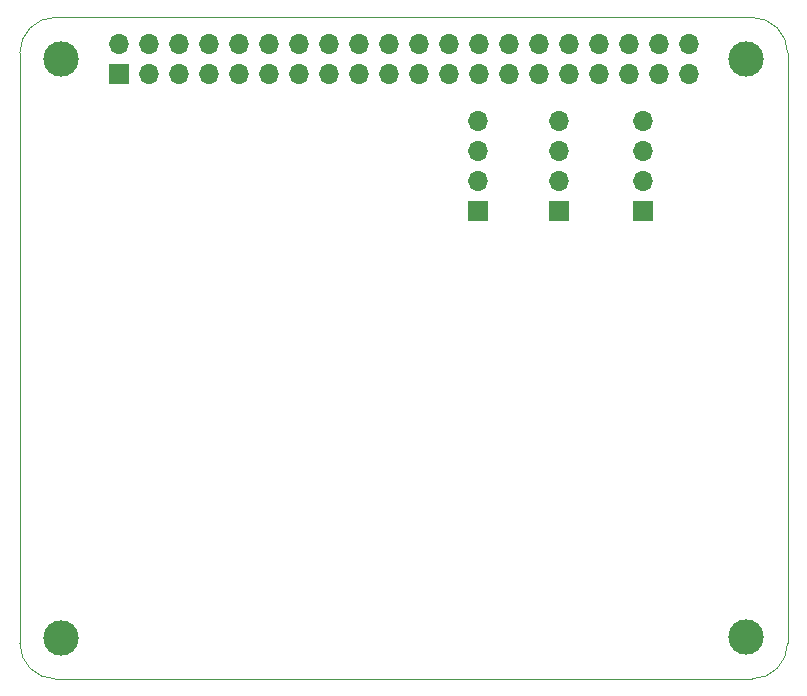
<source format=gbr>
G04 #@! TF.GenerationSoftware,KiCad,Pcbnew,7.0.8*
G04 #@! TF.CreationDate,2024-01-24T18:36:25+01:00*
G04 #@! TF.ProjectId,EDU_V3_0_Raspi_Hat,4544555f-5633-45f3-905f-52617370695f,rev?*
G04 #@! TF.SameCoordinates,Original*
G04 #@! TF.FileFunction,Soldermask,Bot*
G04 #@! TF.FilePolarity,Negative*
%FSLAX46Y46*%
G04 Gerber Fmt 4.6, Leading zero omitted, Abs format (unit mm)*
G04 Created by KiCad (PCBNEW 7.0.8) date 2024-01-24 18:36:25*
%MOMM*%
%LPD*%
G01*
G04 APERTURE LIST*
%ADD10C,3.000000*%
%ADD11O,1.700000X1.700000*%
%ADD12R,1.700000X1.700000*%
G04 #@! TA.AperFunction,Profile*
%ADD13C,0.100000*%
G04 #@! TD*
G04 APERTURE END LIST*
D10*
X82040000Y-64310000D03*
X140040000Y-64330000D03*
X82040000Y-113320000D03*
X140030000Y-113310000D03*
D11*
X117358000Y-69606000D03*
X117358000Y-72146000D03*
X117358000Y-74686000D03*
D12*
X117358000Y-77226000D03*
D11*
X131328000Y-69616000D03*
X131328000Y-72156000D03*
X131328000Y-74696000D03*
D12*
X131328000Y-77236000D03*
D11*
X124216000Y-69606000D03*
X124216000Y-72146000D03*
X124216000Y-74686000D03*
D12*
X124216000Y-77226000D03*
D11*
X135180000Y-63050000D03*
X135180000Y-65590000D03*
X132640000Y-63050000D03*
X132640000Y-65590000D03*
X130100000Y-63050000D03*
X130100000Y-65590000D03*
X127560000Y-63050000D03*
X127560000Y-65590000D03*
X125020000Y-63050000D03*
X125020000Y-65590000D03*
X122480000Y-63050000D03*
X122480000Y-65590000D03*
X119940000Y-63050000D03*
X119940000Y-65590000D03*
X117400000Y-63050000D03*
X117400000Y-65590000D03*
X114860000Y-63050000D03*
X114860000Y-65590000D03*
X112320000Y-63050000D03*
X112320000Y-65590000D03*
X109780000Y-63050000D03*
X109780000Y-65590000D03*
X107240000Y-63050000D03*
X107240000Y-65590000D03*
X104700000Y-63050000D03*
X104700000Y-65590000D03*
X102160000Y-63050000D03*
X102160000Y-65590000D03*
X99620000Y-63050000D03*
X99620000Y-65590000D03*
X97080000Y-63050000D03*
X97080000Y-65590000D03*
X94540000Y-63050000D03*
X94540000Y-65590000D03*
X92000000Y-63050000D03*
X92000000Y-65590000D03*
X89460000Y-63050000D03*
X89460000Y-65590000D03*
X86920000Y-63050000D03*
D12*
X86920000Y-65590000D03*
D13*
X143546356Y-113817611D02*
X143546356Y-63817611D01*
X78546356Y-63817611D02*
X78546356Y-113817611D01*
X140546356Y-116817555D02*
G75*
G03*
X143546350Y-113822847I44J2999955D01*
G01*
X140546356Y-60817611D02*
X81546356Y-60817611D01*
X81546356Y-116817611D02*
X140546356Y-116817611D01*
X143546389Y-63817611D02*
G75*
G03*
X140546356Y-60817611I-2999989J11D01*
G01*
X81546356Y-60817556D02*
G75*
G03*
X78546356Y-63817611I44J-3000044D01*
G01*
X78546389Y-113817611D02*
G75*
G03*
X81546356Y-116817611I3000011J11D01*
G01*
M02*

</source>
